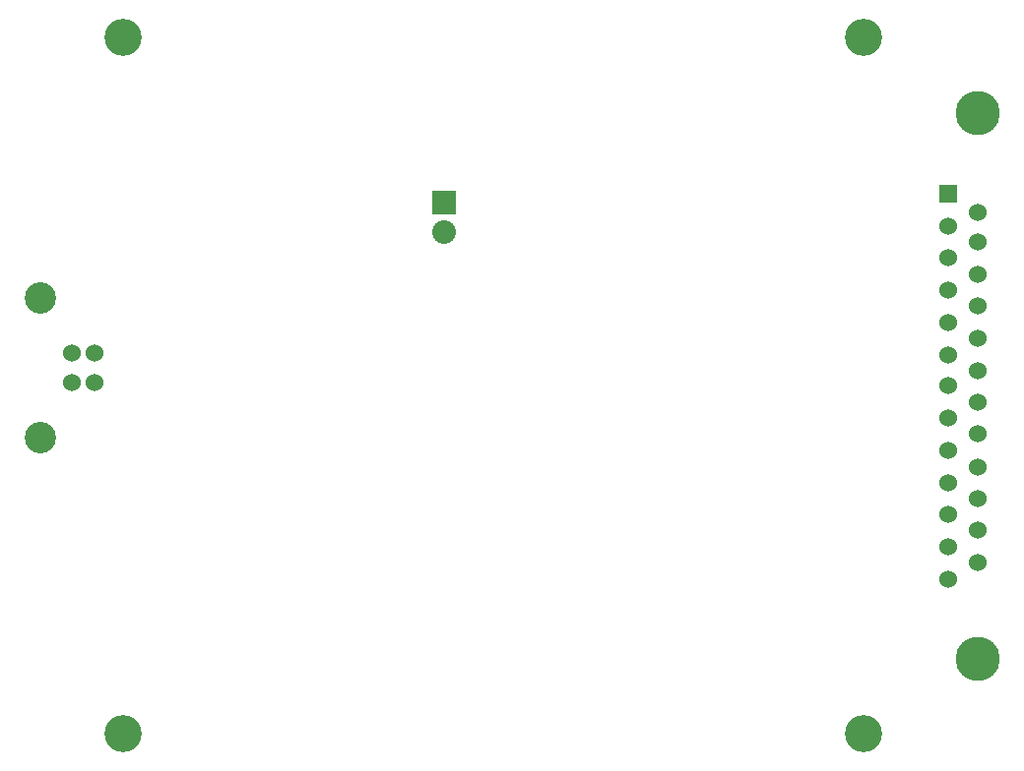
<source format=gbs>
G04 #@! TF.FileFunction,Soldermask,Bot*
%FSLAX46Y46*%
G04 Gerber Fmt 4.6, Leading zero omitted, Abs format (unit mm)*
G04 Created by KiCad (PCBNEW 4.0.1-stable) date 17/04/2016 20:48:40*
%MOMM*%
G01*
G04 APERTURE LIST*
%ADD10C,0.100000*%
%ADD11C,1.524000*%
%ADD12C,2.700020*%
%ADD13C,3.810000*%
%ADD14R,1.524000X1.524000*%
%ADD15C,3.200000*%
%ADD16R,2.032000X2.032000*%
%ADD17O,2.032000X2.032000*%
G04 APERTURE END LIST*
D10*
D11*
X85425000Y-80560000D03*
X85425000Y-83100000D03*
X83426020Y-83100000D03*
X83426020Y-80560000D03*
D12*
X80726000Y-75830520D03*
X80726000Y-87829480D03*
D13*
X161370000Y-106845000D03*
X161370000Y-59855000D03*
D14*
X158830000Y-66840000D03*
D11*
X158830000Y-69634000D03*
X158830000Y-72301000D03*
X158830000Y-75095000D03*
X158830000Y-77889000D03*
X158830000Y-80683000D03*
X158830000Y-83350000D03*
X158830000Y-86144000D03*
X158830000Y-88938000D03*
X158830000Y-91732000D03*
X158830000Y-94399000D03*
X158830000Y-97193000D03*
X158830000Y-99987000D03*
X161370000Y-68414800D03*
X161370000Y-70954800D03*
X161370000Y-73748800D03*
X161370000Y-76492000D03*
X161370000Y-79235200D03*
X161370000Y-82029200D03*
X161370000Y-84772400D03*
X161370000Y-87515600D03*
X161370000Y-90360400D03*
X161370000Y-93052800D03*
X161370000Y-95796000D03*
X161370000Y-98590000D03*
D15*
X151550000Y-113350000D03*
X87850000Y-53350000D03*
X87850000Y-113350000D03*
X151550000Y-53350000D03*
D16*
X115425000Y-67585000D03*
D17*
X115425000Y-70125000D03*
M02*

</source>
